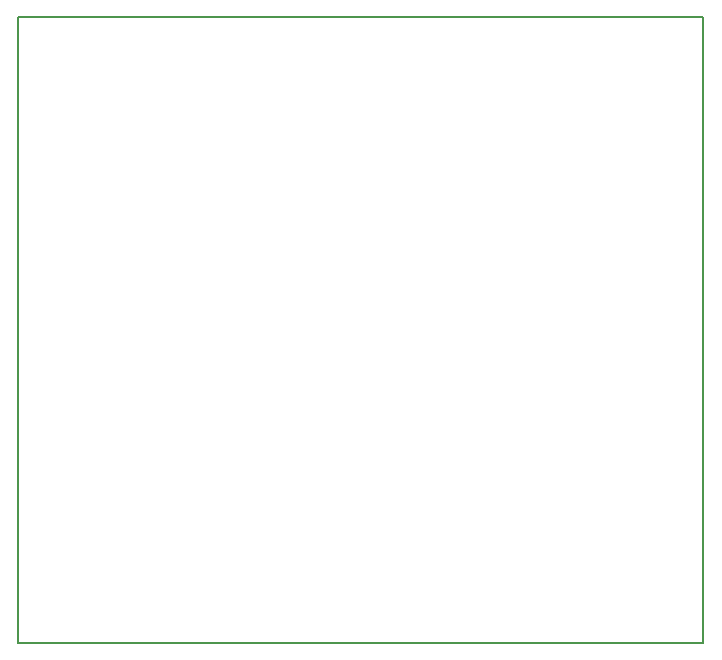
<source format=gm1>
%TF.GenerationSoftware,KiCad,Pcbnew,8.0.2-8.0.2-0~ubuntu24.04.1*%
%TF.CreationDate,2024-05-08T14:09:33+02:00*%
%TF.ProjectId,astrobox_rpi_line,61737472-6f62-46f7-985f-7270695f6c69,rev?*%
%TF.SameCoordinates,Original*%
%TF.FileFunction,Profile,NP*%
%FSLAX46Y46*%
G04 Gerber Fmt 4.6, Leading zero omitted, Abs format (unit mm)*
G04 Created by KiCad (PCBNEW 8.0.2-8.0.2-0~ubuntu24.04.1) date 2024-05-08 14:09:33*
%MOMM*%
%LPD*%
G01*
G04 APERTURE LIST*
%TA.AperFunction,Profile*%
%ADD10C,0.200000*%
%TD*%
G04 APERTURE END LIST*
D10*
X114655600Y-52519400D02*
X172655600Y-52519400D01*
X172655600Y-105519400D01*
X114655600Y-105519400D01*
X114655600Y-52519400D01*
M02*

</source>
